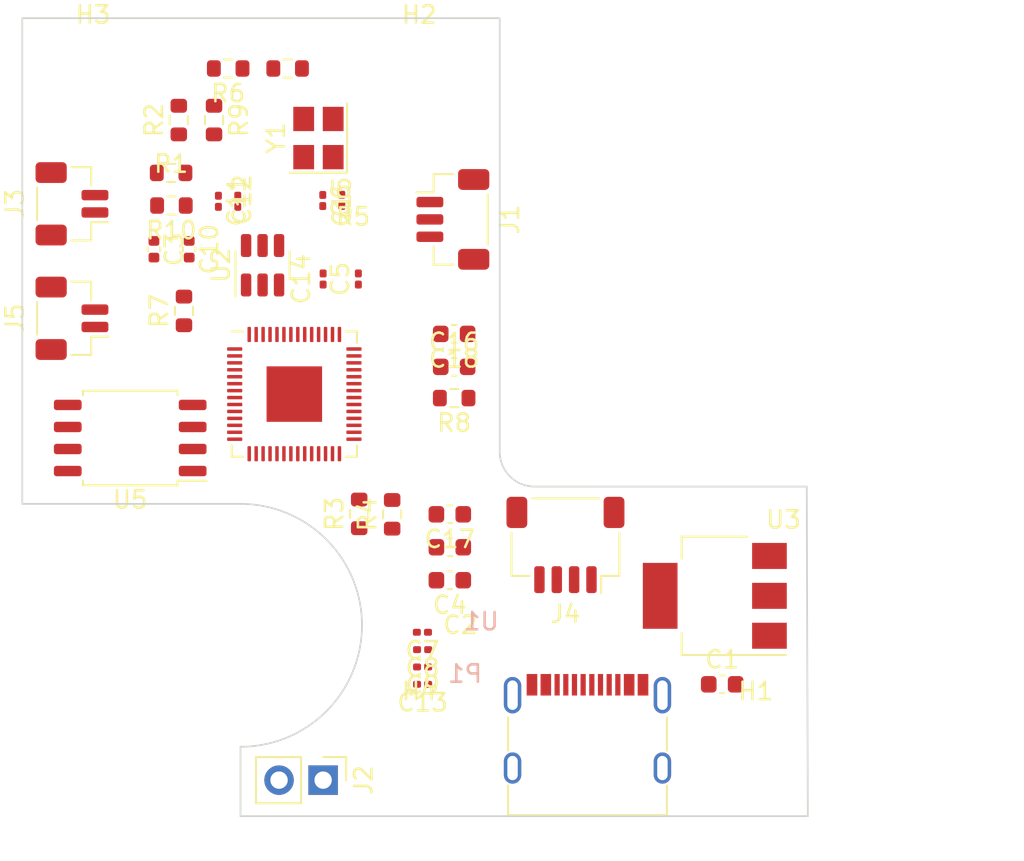
<source format=kicad_pcb>
(kicad_pcb (version 20221018) (generator pcbnew)
  (layers (0 "F.Cu" signal) (31 "B.Cu" signal) (34 "B.Paste" user) (35 "F.Paste" user) (36 "B.SilkS" user "B.Silkscreen") (37 "F.SilkS" user "F.Silkscreen") (38 "B.Mask" user) (39 "F.Mask" user) (44 "Edge.Cuts" user))
  (net 0 "")
  (net 1 "+5V")
  (net 2 "GND")
  (net 3 "+3.3V")
  (net 4 "+1V1")
  (net 5 "Net-(U1-XIN)")
  (net 6 "Net-(C16-Pad2)")
  (net 7 "Net-(U1-GPIO25)")
  (net 8 "Net-(U1-GPIO24)")
  (net 9 "Net-(J1-Pin_2)")
  (net 10 "Net-(J3-Pin_1)")
  (net 11 "Net-(U1-RUN)")
  (net 12 "Net-(J1-Pin_3)")
  (net 13 "Net-(J2-Pin_2)")
  (net 15 "Net-(P1-D+)")
  (net 16 "Net-(P1-D-)")
  (net 20 "Net-(U1-USB_DM)")
  (net 21 "Net-(U1-USB_DP)")
  (net 22 "/QSPI_SS")
  (net 23 "Net-(U1-XOUT)")
  (net 24 "Net-(U1-GPIO2)")
  (net 25 "Net-(U1-GPIO3)")
  (net 50 "/QSPI_SD3")
  (net 51 "/QSPI_SCLK")
  (net 52 "/QSPI_SDO")
  (net 53 "/QSPI_SD2")
  (net 54 "/QSPI_SD1")
  (net 60 "Net-(J4-Pin_2)")
  (net 61 "Net-(J4-Pin_3)")
  (net 62 "Net-(J5-Pin_1)")
  (footprint "Capacitor_SMD:C_0201_0603Metric" (layer "F.Cu") (at 140.355 104.3 180)
    (fp_text reference "C13" (at 0 -1.05) (layer "F.SilkS"))
    (fp_text value "100n")
    (pad "1" smd roundrect (at -0.32 0 180) (size 0.46 0.4) (layers "F.Cu" "F.Mask") (net 3 "+3.3V"))
    (pad "2" smd roundrect (at 0.32 0 180) (size 0.46 0.4) (layers "F.Cu" "F.Mask") (net 2 "GND"))
  )
  (footprint "Resistor_SMD:R_0603_1608Metric" (layer "F.Cu") (at 136.7 94.475 90)
    (fp_text reference "R3" (at 0 -1.43 90) (layer "F.SilkS"))
    (fp_text value "27")
    (fp_line (start -0.237258 -0.5225) (end 0.237258 -0.5225) (stroke (width 0.12)) (layer "F.SilkS"))
    (fp_line (start -0.237258 0.5225) (end 0.237258 0.5225) (stroke (width 0.12)) (layer "F.SilkS"))
    (pad "1" smd roundrect (at -0.825 0 90) (size 0.8 0.95) (layers "F.Cu" "F.Paste" "F.Mask") (net 16 "Net-(P1-D-)"))
    (pad "2" smd roundrect (at 0.825 0 90) (size 0.8 0.95) (layers "F.Cu" "F.Paste" "F.Mask") (net 20 "Net-(U1-USB_DM)"))
  )
  (footprint "Capacitor_SMD:C_0603_1608Metric" (layer "F.Cu") (at 142.175 84.1 180)
    (fp_text reference "C18" (at 0 -1.43) (layer "F.SilkS"))
    (fp_text value "0.1u")
    (fp_line (start -0.14058 -0.51) (end 0.14058 -0.51) (stroke (width 0.12)) (layer "F.SilkS"))
    (fp_line (start -0.14058 0.51) (end 0.14058 0.51) (stroke (width 0.12)) (layer "F.SilkS"))
    (pad "1" smd roundrect (at -0.775 0 180) (size 0.9 0.95) (layers "F.Cu" "F.Paste" "F.Mask") (net 8 "Net-(U1-GPIO24)"))
    (pad "2" smd roundrect (at 0.775 0 180) (size 0.9 0.95) (layers "F.Cu" "F.Paste" "F.Mask") (net 2 "GND"))
  )
  (footprint "Capacitor_SMD:C_0402_1005Metric" (layer "F.Cu") (at 126.9 79.22 -90)
    (fp_text reference "C10" (at 0 -1.16 -270) (layer "F.SilkS"))
    (fp_text value "1u")
    (fp_line (start -0.107836 -0.36) (end 0.107836 -0.36) (stroke (width 0.12)) (layer "F.SilkS"))
    (fp_line (start -0.107836 0.36) (end 0.107836 0.36) (stroke (width 0.12)) (layer "F.SilkS"))
    (pad "1" smd roundrect (at -0.48 0 270) (size 0.56 0.62) (layers "F.Cu" "F.Paste" "F.Mask") (net 4 "+1V1"))
    (pad "2" smd roundrect (at 0.48 0 270) (size 0.56 0.62) (layers "F.Cu" "F.Paste" "F.Mask") (net 2 "GND"))
  )
  (footprint "MountingHole:MountingHole_3.2mm_M3" (layer "F.Cu") (at 159.56 108.9)
    (fp_text reference "H1" (at 0 -4.2) (layer "F.SilkS"))
    (fp_text value "MountingHole")
    (pad "" np_thru_hole circle (at 0 0) (size 3.2 3.2) (drill 3.2) (layers "*.Cu" "*.Mask"))
  )
  (footprint "Resistor_SMD:R_0603_1608Metric" (layer "F.Cu") (at 138.6 94.5 90)
    (fp_text reference "R4" (at 0 -1.43 90) (layer "F.SilkS"))
    (fp_text value "27")
    (fp_line (start -0.237258 -0.5225) (end 0.237258 -0.5225) (stroke (width 0.12)) (layer "F.SilkS"))
    (fp_line (start -0.237258 0.5225) (end 0.237258 0.5225) (stroke (width 0.12)) (layer "F.SilkS"))
    (pad "1" smd roundrect (at -0.825 0 90) (size 0.8 0.95) (layers "F.Cu" "F.Paste" "F.Mask") (net 15 "Net-(P1-D+)"))
    (pad "2" smd roundrect (at 0.825 0 90) (size 0.8 0.95) (layers "F.Cu" "F.Paste" "F.Mask") (net 21 "Net-(U1-USB_DP)"))
  )
  (footprint "Capacitor_SMD:C_0201_0603Metric" (layer "F.Cu") (at 140.345 101.3 180)
    (fp_text reference "C7" (at 0 -1.05) (layer "F.SilkS"))
    (fp_text value "100n")
    (pad "1" smd roundrect (at -0.32 0 180) (size 0.46 0.4) (layers "F.Cu" "F.Mask") (net 3 "+3.3V"))
    (pad "2" smd roundrect (at 0.32 0 180) (size 0.46 0.4) (layers "F.Cu" "F.Mask") (net 2 "GND"))
  )
  (footprint "Package_TO_SOT_SMD:SOT-23-6" (layer "F.Cu") (at 131.13 80.1425 90)
    (fp_text reference "U2" (at 0 -2.4 90) (layer "F.SilkS"))
    (fp_text value "TLV493D")
    (fp_line (start 0 -1.56) (end -1.8 -1.56) (stroke (width 0.12)) (layer "F.SilkS"))
    (fp_line (start 0 -1.56) (end 0.8 -1.56) (stroke (width 0.12)) (layer "F.SilkS"))
    (fp_line (start 0 1.56) (end -0.8 1.56) (stroke (width 0.12)) (layer "F.SilkS"))
    (fp_line (start 0 1.56) (end 0.8 1.56) (stroke (width 0.12)) (layer "F.SilkS"))
    (pad "1" smd roundrect (at -1.1375 -0.95 90) (size 1.325 0.6) (layers "F.Cu" "F.Paste" "F.Mask") (net 25 "Net-(U1-GPIO3)"))
    (pad "2" smd roundrect (at -1.1375 0 90) (size 1.325 0.6) (layers "F.Cu" "F.Paste" "F.Mask") (net 2 "GND"))
    (pad "3" smd roundrect (at -1.1375 0.95 90) (size 1.325 0.6) (layers "F.Cu" "F.Paste" "F.Mask") (net 2 "GND"))
    (pad "4" smd roundrect (at 1.1375 0.95 90) (size 1.325 0.6) (layers "F.Cu" "F.Paste" "F.Mask") (net 3 "+3.3V"))
    (pad "5" smd roundrect (at 1.1375 0 90) (size 1.325 0.6) (layers "F.Cu" "F.Paste" "F.Mask") (net 2 "GND"))
    (pad "6" smd roundrect (at 1.1375 -0.95 90) (size 1.325 0.6) (layers "F.Cu" "F.Paste" "F.Mask") (net 24 "Net-(U1-GPIO2)"))
  )
  (footprint "Capacitor_SMD:C_0201_0603Metric" (layer "F.Cu") (at 134.62 80.935 90)
    (fp_text reference "C14" (at 0 -1.27 90) (layer "F.SilkS"))
    (fp_text value "100n")
    (pad "1" smd roundrect (at -0.32 0 90) (size 0.46 0.4) (layers "F.Cu" "F.Mask") (net 3 "+3.3V"))
    (pad "2" smd roundrect (at 0.32 0 90) (size 0.46 0.4) (layers "F.Cu" "F.Mask") (net 2 "GND"))
  )
  (footprint "Resistor_SMD:R_0603_1608Metric" (layer "F.Cu") (at 129.147 68.8 180)
    (fp_text reference "R6" (at 0 -1.43) (layer "F.SilkS"))
    (fp_text value "10k")
    (fp_line (start -0.237258 -0.5225) (end 0.237258 -0.5225) (stroke (width 0.12)) (layer "F.SilkS"))
    (fp_line (start -0.237258 0.5225) (end 0.237258 0.5225) (stroke (width 0.12)) (layer "F.SilkS"))
    (pad "1" smd roundrect (at -0.825 0 180) (size 0.8 0.95) (layers "F.Cu" "F.Paste" "F.Mask") (net 3 "+3.3V"))
    (pad "2" smd roundrect (at 0.825 0 180) (size 0.8 0.95) (layers "F.Cu" "F.Paste" "F.Mask") (net 22 "/QSPI_SS"))
  )
  (footprint "Package_DFN_QFN:QFN-56-1EP_7x7mm_P0.4mm_EP3.2x3.2mm" (layer "F.Cu") (at 132.9605 87.57)
    (fp_text reference "U1" (at 10.780682 13.104154) (layer "B.SilkS") (effects (justify mirror)))
    (fp_text value "RP2040")
    (fp_line (start -3.61 3.61) (end -3.61 2.96) (stroke (width 0.12)) (layer "F.SilkS"))
    (fp_line (start -2.96 -3.61) (end -3.61 -3.61) (stroke (width 0.12)) (layer "F.SilkS"))
    (fp_line (start -2.96 3.61) (end -3.61 3.61) (stroke (width 0.12)) (layer "F.SilkS"))
    (fp_line (start 2.96 -3.61) (end 3.61 -3.61) (stroke (width 0.12)) (layer "F.SilkS"))
    (fp_line (start 2.96 3.61) (end 3.61 3.61) (stroke (width 0.12)) (layer "F.SilkS"))
    (fp_line (start 3.61 -3.61) (end 3.61 -2.96) (stroke (width 0.12)) (layer "F.SilkS"))
    (fp_line (start 3.61 3.61) (end 3.61 2.96) (stroke (width 0.12)) (layer "F.SilkS"))
    (pad "1" smd roundrect (at -3.4375 -2.6) (size 0.875 0.2) (layers "F.Cu" "F.Paste" "F.Mask") (net 3 "+3.3V"))
    (pad "2" smd roundrect (at -3.4375 -2.2) (size 0.875 0.2) (layers "F.Cu" "F.Paste" "F.Mask") (net 60 "Net-(J4-Pin_2)"))
    (pad "3" smd roundrect (at -3.4375 -1.8) (size 0.875 0.2) (layers "F.Cu" "F.Paste" "F.Mask") (net 61 "Net-(J4-Pin_3)"))
    (pad "4" smd roundrect (at -3.4375 -1.4) (size 0.875 0.2) (layers "F.Cu" "F.Paste" "F.Mask") (net 24 "Net-(U1-GPIO2)"))
    (pad "5" smd roundrect (at -3.4375 -1) (size 0.875 0.2) (layers "F.Cu" "F.Paste" "F.Mask") (net 25 "Net-(U1-GPIO3)"))
    (pad "6" smd roundrect (at -3.4375 -0.6) (size 0.875 0.2) (layers "F.Cu" "F.Paste" "F.Mask"))
    (pad "7" smd roundrect (at -3.4375 -0.2) (size 0.875 0.2) (layers "F.Cu" "F.Paste" "F.Mask"))
    (pad "8" smd roundrect (at -3.4375 0.2) (size 0.875 0.2) (layers "F.Cu" "F.Paste" "F.Mask"))
    (pad "9" smd roundrect (at -3.4375 0.6) (size 0.875 0.2) (layers "F.Cu" "F.Paste" "F.Mask"))
    (pad "10" smd roundrect (at -3.4375 1) (size 0.875 0.2) (layers "F.Cu" "F.Paste" "F.Mask") (net 3 "+3.3V"))
    (pad "11" smd roundrect (at -3.4375 1.4) (size 0.875 0.2) (layers "F.Cu" "F.Paste" "F.Mask"))
    (pad "12" smd roundrect (at -3.4375 1.8) (size 0.875 0.2) (layers "F.Cu" "F.Paste" "F.Mask"))
    (pad "13" smd roundrect (at -3.4375 2.2) (size 0.875 0.2) (layers "F.Cu" "F.Paste" "F.Mask"))
    (pad "14" smd roundrect (at -3.4375 2.6) (size 0.875 0.2) (layers "F.Cu" "F.Paste" "F.Mask"))
    (pad "15" smd roundrect (at -2.6 3.4375) (size 0.2 0.875) (layers "F.Cu" "F.Paste" "F.Mask"))
    (pad "16" smd roundrect (at -2.2 3.4375) (size 0.2 0.875) (layers "F.Cu" "F.Paste" "F.Mask"))
    (pad "17" smd roundrect (at -1.8 3.4375) (size 0.2 0.875) (layers "F.Cu" "F.Paste" "F.Mask"))
    (pad "18" smd roundrect (at -1.4 3.4375) (size 0.2 0.875) (layers "F.Cu" "F.Paste" "F.Mask"))
    (pad "19" smd roundrect (at -1 3.4375) (size 0.2 0.875) (layers "F.Cu" "F.Paste" "F.Mask") (net 2 "GND"))
    (pad "20" smd roundrect (at -0.6 3.4375) (size 0.2 0.875) (layers "F.Cu" "F.Paste" "F.Mask") (net 5 "Net-(U1-XIN)"))
    (pad "21" smd roundrect (at -0.2 3.4375) (size 0.2 0.875) (layers "F.Cu" "F.Paste" "F.Mask") (net 23 "Net-(U1-XOUT)"))
    (pad "22" smd roundrect (at 0.2 3.4375) (size 0.2 0.875) (layers "F.Cu" "F.Paste" "F.Mask") (net 3 "+3.3V"))
    (pad "23" smd roundrect (at 0.6 3.4375) (size 0.2 0.875) (layers "F.Cu" "F.Paste" "F.Mask") (net 4 "+1V1"))
    (pad "24" smd roundrect (at 1 3.4375) (size 0.2 0.875) (layers "F.Cu" "F.Paste" "F.Mask") (net 12 "Net-(J1-Pin_3)"))
    (pad "25" smd roundrect (at 1.4 3.4375) (size 0.2 0.875) (layers "F.Cu" "F.Paste" "F.Mask") (net 9 "Net-(J1-Pin_2)"))
    (pad "26" smd roundrect (at 1.8 3.4375) (size 0.2 0.875) (layers "F.Cu" "F.Paste" "F.Mask") (net 11 "Net-(U1-RUN)"))
    (pad "27" smd roundrect (at 2.2 3.4375) (size 0.2 0.875) (layers "F.Cu" "F.Paste" "F.Mask"))
    (pad "28" smd roundrect (at 2.6 3.4375) (size 0.2 0.875) (layers "F.Cu" "F.Paste" "F.Mask"))
    (pad "29" smd roundrect (at 3.4375 2.6) (size 0.875 0.2) (layers "F.Cu" "F.Paste" "F.Mask"))
    (pad "30" smd roundrect (at 3.4375 2.2) (size 0.875 0.2) (layers "F.Cu" "F.Paste" "F.Mask"))
    (pad "31" smd roundrect (at 3.4375 1.8) (size 0.875 0.2) (layers "F.Cu" "F.Paste" "F.Mask"))
    (pad "32" smd roundrect (at 3.4375 1.4) (size 0.875 0.2) (layers "F.Cu" "F.Paste" "F.Mask"))
    (pad "33" smd roundrect (at 3.4375 1) (size 0.875 0.2) (layers "F.Cu" "F.Paste" "F.Mask") (net 3 "+3.3V"))
    (pad "34" smd roundrect (at 3.4375 0.6) (size 0.875 0.2) (layers "F.Cu" "F.Paste" "F.Mask"))
    (pad "35" smd roundrect (at 3.4375 0.2) (size 0.875 0.2) (layers "F.Cu" "F.Paste" "F.Mask"))
    (pad "36" smd roundrect (at 3.4375 -0.2) (size 0.875 0.2) (layers "F.Cu" "F.Paste" "F.Mask") (net 8 "Net-(U1-GPIO24)"))
    (pad "37" smd roundrect (at 3.4375 -0.6) (size 0.875 0.2) (layers "F.Cu" "F.Paste" "F.Mask") (net 7 "Net-(U1-GPIO25)"))
    (pad "38" smd roundrect (at 3.4375 -1) (size 0.875 0.2) (layers "F.Cu" "F.Paste" "F.Mask"))
    (pad "39" smd roundrect (at 3.4375 -1.4) (size 0.875 0.2) (layers "F.Cu" "F.Paste" "F.Mask"))
    (pad "40" smd roundrect (at 3.4375 -1.8) (size 0.875 0.2) (layers "F.Cu" "F.Paste" "F.Mask"))
    (pad "41" smd roundrect (at 3.4375 -2.2) (size 0.875 0.2) (layers "F.Cu" "F.Paste" "F.Mask"))
    (pad "42" smd roundrect (at 3.4375 -2.6) (size 0.875 0.2) (layers "F.Cu" "F.Paste" "F.Mask") (net 3 "+3.3V"))
    (pad "43" smd roundrect (at 2.6 -3.4375) (size 0.2 0.875) (layers "F.Cu" "F.Paste" "F.Mask") (net 3 "+3.3V"))
    (pad "44" smd roundrect (at 2.2 -3.4375) (size 0.2 0.875) (layers "F.Cu" "F.Paste" "F.Mask") (net 3 "+3.3V"))
    (pad "45" smd roundrect (at 1.8 -3.4375) (size 0.2 0.875) (layers "F.Cu" "F.Paste" "F.Mask") (net 4 "+1V1"))
    (pad "46" smd roundrect (at 1.4 -3.4375) (size 0.2 0.875) (layers "F.Cu" "F.Paste" "F.Mask") (net 20 "Net-(U1-USB_DM)"))
    (pad "47" smd roundrect (at 1 -3.4375) (size 0.2 0.875) (layers "F.Cu" "F.Paste" "F.Mask") (net 21 "Net-(U1-USB_DP)"))
    (pad "48" smd roundrect (at 0.6 -3.4375) (size 0.2 0.875) (layers "F.Cu" "F.Paste" "F.Mask") (net 3 "+3.3V"))
    (pad "49" smd roundrect (at 0.2 -3.4375) (size 0.2 0.875) (layers "F.Cu" "F.Paste" "F.Mask") (net 3 "+3.3V"))
    (pad "50" smd roundrect (at -0.2 -3.4375) (size 0.2 0.875) (layers "F.Cu" "F.Paste" "F.Mask") (net 4 "+1V1"))
    (pad "51" smd roundrect (at -0.6 -3.4375) (size 0.2 0.875) (layers "F.Cu" "F.Paste" "F.Mask") (net 50 "/QSPI_SD3"))
    (pad "52" smd roundrect (at -1 -3.4375) (size 0.2 0.875) (layers "F.Cu" "F.Paste" "F.Mask") (net 51 "/QSPI_SCLK"))
    (pad "53" smd roundrect (at -1.4 -3.4375) (size 0.2 0.875) (layers "F.Cu" "F.Paste" "F.Mask") (net 52 "/QSPI_SDO"))
    (pad "54" smd roundrect (at -1.8 -3.4375) (size 0.2 0.875) (layers "F.Cu" "F.Paste" "F.Mask") (net 53 "/QSPI_SD2"))
    (pad "55" smd roundrect (at -2.2 -3.4375) (size 0.2 0.875) (layers "F.Cu" "F.Paste" "F.Mask") (net 54 "/QSPI_SD1"))
    (pad "56" smd roundrect (at -2.6 -3.4375) (size 0.2 0.875) (layers "F.Cu" "F.Paste" "F.Mask") (net 22 "/QSPI_SS"))
    (pad "57" smd rect (at 0 0) (size 3.2 3.2) (layers "F.Cu" "F.Mask") (net 2 "GND"))
  )
  (footprint "Package_TO_SOT_SMD:SOT-223-3_TabPin2" (layer "F.Cu") (at 157.2 99.2 180)
    (fp_text reference "U3" (at -3.96 4.39) (layer "F.SilkS"))
    (fp_text value "NCP1117-3.3_SOT223")
    (fp_line (start -4.1 -3.41) (end 1.91 -3.41) (stroke (width 0.12)) (layer "F.SilkS"))
    (fp_line (start -1.85 3.41) (end 1.91 3.41) (stroke (width 0.12)) (layer "F.SilkS"))
    (fp_line (start 1.91 -3.41) (end 1.91 -2.15) (stroke (width 0.12)) (layer "F.SilkS"))
    (fp_line (start 1.91 3.41) (end 1.91 2.15) (stroke (width 0.12)) (layer "F.SilkS"))
    (pad "1" smd rect (at -3.15 -2.3 180) (size 2 1.5) (layers "F.Cu" "F.Paste" "F.Mask") (net 2 "GND"))
    (pad "2" smd rect (at -3.15 0 180) (size 2 1.5) (layers "F.Cu" "F.Paste" "F.Mask") (net 3 "+3.3V"))
    (pad "2" smd rect (at 3.15 0 180) (size 2 3.8) (layers "F.Cu" "F.Paste" "F.Mask") (net 3 "+3.3V"))
    (pad "3" smd rect (at -3.15 2.3 180) (size 2 1.5) (layers "F.Cu" "F.Paste" "F.Mask") (net 1 "+5V"))
  )
  (footprint "Connector_JST:JST_SH_BM02B-SRSS-TB_1x02-1MP_P1.00mm_Vertical" (layer "F.Cu") (at 120.142 83.2 90)
    (fp_text reference "J5" (at 0 -3.3 90) (layer "F.SilkS"))
    (fp_text value "Conn_01x02_Socket")
    (fp_line (start -2.11 -0.04) (end -2.11 1.11) (stroke (width 0.12)) (layer "F.SilkS"))
    (fp_line (start -2.11 1.11) (end -1.06 1.11) (stroke (width 0.12)) (layer "F.SilkS"))
    (fp_line (start -1.06 1.11) (end -1.06 2.1) (stroke (width 0.12)) (layer "F.SilkS"))
    (fp_line (start -0.94 -2.01) (end 0.94 -2.01) (stroke (width 0.12)) (layer "F.SilkS"))
    (fp_line (start 2.11 -0.04) (end 2.11 1.11) (stroke (width 0.12)) (layer "F.SilkS"))
    (fp_line (start 2.11 1.11) (end 1.06 1.11) (stroke (width 0.12)) (layer "F.SilkS"))
    (pad "1" smd roundrect (at -0.5 1.325 90) (size 0.6 1.55) (layers "F.Cu" "F.Paste" "F.Mask") (net 62 "Net-(J5-Pin_1)"))
    (pad "2" smd roundrect (at 0.5 1.325 90) (size 0.6 1.55) (layers "F.Cu" "F.Paste" "F.Mask") (net 2 "GND"))
    (pad "MP" smd roundrect (at -1.8 -1.2 90) (size 1.2 1.8) (layers "F.Cu" "F.Paste" "F.Mask") (roundrect_rratio 0.208333))
    (pad "MP" smd roundrect (at 1.8 -1.2 90) (size 1.2 1.8) (layers "F.Cu" "F.Paste" "F.Mask") (roundrect_rratio 0.208333))
  )
  (footprint "Connector_JST:JST_SH_BM03B-SRSS-TB_1x03-1MP_P1.00mm_Vertical" (layer "F.Cu") (at 142.1 77.5 -90)
    (fp_text reference "J1" (at 0 -3.3 90) (layer "F.SilkS"))
    (fp_text value "Conn_01x03_Socket")
    (fp_line (start -2.61 -0.04) (end -2.61 1.11) (stroke (width 0.12)) (layer "F.SilkS"))
    (fp_line (start -2.61 1.11) (end -1.56 1.11) (stroke (width 0.12)) (layer "F.SilkS"))
    (fp_line (start -1.56 1.11) (end -1.56 2.1) (stroke (width 0.12)) (layer "F.SilkS"))
    (fp_line (start -1.44 -2.01) (end 1.44 -2.01) (stroke (width 0.12)) (layer "F.SilkS"))
    (fp_line (start 2.61 -0.04) (end 2.61 1.11) (stroke (width 0.12)) (layer "F.SilkS"))
    (fp_line (start 2.61 1.11) (end 1.56 1.11) (stroke (width 0.12)) (layer "F.SilkS"))
    (pad "1" smd roundrect (at -1 1.325 270) (size 0.6 1.55) (layers "F.Cu" "F.Paste" "F.Mask") (net 2 "GND"))
    (pad "2" smd roundrect (at 0 1.325 270) (size 0.6 1.55) (layers "F.Cu" "F.Paste" "F.Mask") (net 9 "Net-(J1-Pin_2)"))
    (pad "3" smd roundrect (at 1 1.325 270) (size 0.6 1.55) (layers "F.Cu" "F.Paste" "F.Mask") (net 12 "Net-(J1-Pin_3)"))
    (pad "MP" smd roundrect (at -2.3 -1.2 270) (size 1.2 1.8) (layers "F.Cu" "F.Paste" "F.Mask") (roundrect_rratio 0.208333))
    (pad "MP" smd roundrect (at 2.3 -1.2 270) (size 1.2 1.8) (layers "F.Cu" "F.Paste" "F.Mask") (roundrect_rratio 0.208333))
  )
  (footprint "Resistor_SMD:R_0603_1608Metric" (layer "F.Cu") (at 125.857 74.82)
    (fp_text reference "R1" (at 0 -0.5225) (layer "F.SilkS"))
    (fp_text value "10k")
    (fp_line (start -0.237258 -0.5225) (end 0.237258 -0.5225) (stroke (width 0.12)) (layer "F.SilkS"))
    (fp_line (start -0.237258 0.5225) (end 0.237258 0.5225) (stroke (width 0.12)) (layer "F.SilkS"))
    (pad "1" smd roundrect (at -0.825 0) (size 0.8 0.95) (layers "F.Cu" "F.Paste" "F.Mask") (net 3 "+3.3V"))
    (pad "2" smd roundrect (at 0.825 0) (size 0.8 0.95) (layers "F.Cu" "F.Paste" "F.Mask") (net 8 "Net-(U1-GPIO24)"))
  )
  (footprint "Capacitor_SMD:C_0603_1608Metric" (layer "F.Cu") (at 157.625 104.3)
    (fp_text reference "C1" (at 0 -1.43) (layer "F.SilkS"))
    (fp_text value "10u")
    (fp_line (start -0.14058 -0.51) (end 0.14058 -0.51) (stroke (width 0.12)) (layer "F.SilkS"))
    (fp_line (start -0.14058 0.51) (end 0.14058 0.51) (stroke (width 0.12)) (layer "F.SilkS"))
    (pad "1" smd roundrect (at -0.775 0) (size 0.9 0.95) (layers "F.Cu" "F.Paste" "F.Mask") (net 1 "+5V"))
    (pad "2" smd roundrect (at 0.775 0) (size 0.9 0.95) (layers "F.Cu" "F.Paste" "F.Mask") (net 2 "GND"))
  )
  (footprint "Resistor_SMD:R_0603_1608Metric" (layer "F.Cu") (at 128.332 71.775 -90)
    (fp_text reference "R9" (at 0 -1.43 90) (layer "F.SilkS"))
    (fp_text value "1k")
    (fp_line (start -0.237258 -0.5225) (end 0.237258 -0.5225) (stroke (width 0.12)) (layer "F.SilkS"))
    (fp_line (start -0.237258 0.5225) (end 0.237258 0.5225) (stroke (width 0.12)) (layer "F.SilkS"))
    (pad "1" smd roundrect (at -0.825 0 270) (size 0.8 0.95) (layers "F.Cu" "F.Paste" "F.Mask") (net 7 "Net-(U1-GPIO25)"))
    (pad "2" smd roundrect (at 0.825 0 270) (size 0.8 0.95) (layers "F.Cu" "F.Paste" "F.Mask") (net 10 "Net-(J3-Pin_1)"))
  )
  (footprint "Capacitor_SMD:C_0402_1005Metric" (layer "F.Cu") (at 124.868 79.22 -90)
    (fp_text reference "C3" (at 0 -1.16 -270) (layer "F.SilkS"))
    (fp_text value "1u")
    (fp_line (start -0.107836 -0.36) (end 0.107836 -0.36) (stroke (width 0.12)) (layer "F.SilkS"))
    (fp_line (start -0.107836 0.36) (end 0.107836 0.36) (stroke (width 0.12)) (layer "F.SilkS"))
    (pad "1" smd roundrect (at -0.48 0 270) (size 0.56 0.62) (layers "F.Cu" "F.Paste" "F.Mask") (net 3 "+3.3V"))
    (pad "2" smd roundrect (at 0.48 0 270) (size 0.56 0.62) (layers "F.Cu" "F.Paste" "F.Mask") (net 2 "GND"))
  )
  (footprint "Capacitor_SMD:C_0603_1608Metric" (layer "F.Cu") (at 141.925 96.4 180)
    (fp_text reference "C2" (at -0.599 -4.478) (layer "F.SilkS"))
    (fp_text value "10u")
    (fp_line (start -0.14058 -0.51) (end 0.14058 -0.51) (stroke (width 0.12)) (layer "F.SilkS"))
    (fp_line (start -0.14058 0.51) (end 0.14058 0.51) (stroke (width 0.12)) (layer "F.SilkS"))
    (pad "1" smd roundrect (at -0.775 0 180) (size 0.9 0.95) (layers "F.Cu" "F.Paste" "F.Mask") (net 3 "+3.3V"))
    (pad "2" smd roundrect (at 0.775 0 180) (size 0.9 0.95) (layers "F.Cu" "F.Paste" "F.Mask") (net 2 "GND"))
  )
  (footprint "Capacitor_SMD:C_0201_0603Metric" (layer "F.Cu") (at 136.652 80.935 90)
    (fp_text reference "C5" (at 0 -1.05 90) (layer "F.SilkS"))
    (fp_text value "100n")
    (pad "1" smd roundrect (at -0.32 0 90) (size 0.46 0.4) (layers "F.Cu" "F.Mask") (net 3 "+3.3V"))
    (pad "2" smd roundrect (at 0.32 0 90) (size 0.46 0.4) (layers "F.Cu" "F.Mask") (net 2 "GND"))
  )
  (footprint "Capacitor_SMD:C_0201_0603Metric" (layer "F.Cu") (at 129.7 76.455 -90)
    (fp_text reference "C12" (at -0.091 -0.254 -90) (layer "F.SilkS"))
    (fp_text value "100n")
    (pad "1" smd roundrect (at -0.32 0 270) (size 0.46 0.4) (layers "F.Cu" "F.Mask") (net 4 "+1V1"))
    (pad "2" smd roundrect (at 0.32 0 270) (size 0.46 0.4) (layers "F.Cu" "F.Mask") (net 2 "GND"))
  )
  (footprint "MountingHole:MountingHole_3.2mm_M3" (layer "F.Cu") (at 140.16 108.9)
    (fp_text reference "H4" (at 0 -4.2) (layer "F.SilkS"))
    (fp_text value "MountingHole")
    (pad "" np_thru_hole circle (at 0 0) (size 3.2 3.2) (drill 3.2) (layers "*.Cu" "*.Mask"))
  )
  (footprint "Resistor_SMD:R_0603_1608Metric" (layer "F.Cu") (at 132.575 68.8)
    (fp_text reference "R5" (at 3.776 8.542) (layer "F.SilkS"))
    (fp_text value "1k")
    (fp_line (start -0.237258 -0.5225) (end 0.237258 -0.5225) (stroke (width 0.12)) (layer "F.SilkS"))
    (fp_line (start -0.237258 0.5225) (end 0.237258 0.5225) (stroke (width 0.12)) (layer "F.SilkS"))
    (pad "1" smd roundrect (at -0.825 0) (size 0.8 0.95) (layers "F.Cu" "F.Paste" "F.Mask") (net 3 "+3.3V"))
    (pad "2" smd roundrect (at 0.825 0) (size 0.8 0.95) (layers "F.Cu" "F.Paste" "F.Mask") (net 11 "Net-(U1-RUN)"))
  )
  (footprint "Capacitor_SMD:C_0201_0603Metric" (layer "F.Cu") (at 135.7 76.4 90)
    (fp_text reference "C15" (at -0.091 0 90) (layer "F.SilkS"))
    (fp_text value "100n")
    (pad "1" smd roundrect (at -0.32 0 90) (size 0.46 0.4) (layers "F.Cu" "F.Mask") (net 2 "GND"))
    (pad "2" smd roundrect (at 0.32 0 90) (size 0.46 0.4) (layers "F.Cu" "F.Mask") (net 5 "Net-(U1-XIN)"))
  )
  (footprint "Connector_USB:USB_C_Receptacle_G-Switch_GT-USB-7010ASV" (layer "F.Cu") (at 149.86 108.051037)
    (fp_text reference "P1" (at -7.060238 -4.357) (layer "B.SilkS") (effects (justify mirror)))
    (fp_text value "USB_C_Plug")
    (fp_line (start -4.58 -1.85) (end -4.58 0.07) (stroke (width 0.12)) (layer "F.SilkS"))
    (fp_line (start -4.58 3.785) (end -4.58 2.08) (stroke (width 0.12)) (layer "F.SilkS"))
    (fp_line (start 4.58 0.07) (end 4.58 -1.85) (stroke (width 0.12)) (layer "F.SilkS"))
    (fp_line (start 4.58 2.08) (end 4.58 3.785) (stroke (width 0.12)) (layer "F.SilkS"))
    (fp_line (start 4.58 3.785) (end -4.58 3.785) (stroke (width 0.12)) (layer "F.SilkS"))
    (pad "" np_thru_hole circle (at -2.89 -2.605) (size 0.65 0.65) (drill 0.65) (layers "*.Cu" "*.Mask"))
    (pad "" np_thru_hole circle (at 2.89 -2.605) (size 0.65 0.65) (drill 0.65) (layers "*.Cu" "*.Mask"))
    (pad "A1" smd rect (at -3.2 -3.725) (size 0.6 1.24) (layers "F.Cu" "F.Paste" "F.Mask") (net 2 "GND"))
    (pad "A4" smd rect (at -2.4 -3.725) (size 0.6 1.24) (layers "F.Cu" "F.Paste" "F.Mask") (net 1 "+5V"))
    (pad "A5" smd rect (at -1.25 -3.725) (size 0.3 1.24) (layers "F.Cu" "F.Paste" "F.Mask"))
    (pad "A6" smd rect (at -0.25 -3.725) (size 0.3 1.24) (layers "F.Cu" "F.Paste" "F.Mask") (net 15 "Net-(P1-D+)"))
    (pad "A7" smd rect (at 0.25 -3.725) (size 0.3 1.24) (layers "F.Cu" "F.Paste" "F.Mask") (net 16 "Net-(P1-D-)"))
    (pad "A8" smd rect (at 1.25 -3.725) (size 0.3 1.24) (layers "F.Cu" "F.Paste" "F.Mask"))
    (pad "A9" smd rect (at 2.4 -3.725) (size 0.6 1.24) (layers "F.Cu" "F.Paste" "F.Mask") (net 1 "+5V"))
    (pad "A12" smd rect (at 3.2 -3.725) (size 0.6 1.24) (layers "F.Cu" "F.Paste" "F.Mask") (net 2 "GND"))
    (pad "B1" smd rect (at 3.2 -3.725) (size 0.6 1.24) (layers "F.Cu" "F.Paste" "F.Mask") (net 2 "GND"))
    (pad "B4" smd rect (at 2.4 -3.725) (size 0.6 1.24) (layers "F.Cu" "F.Paste" "F.Mask") (net 1 "+5V"))
    (pad "B5" smd rect (at 1.75 -3.725) (size 0.3 1.24) (layers "F.Cu" "F.Paste" "F.Mask"))
    (pad "B6" smd rect (at 0.75 -3.725) (size 0.3 1.24) (layers "F.Cu" "F.Paste" "F.Mask"))
    (pad "B7" smd rect (at -0.75 -3.725) (size 0.3 1.24) (layers "F.Cu" "F.Paste" "F.Mask"))
    (pad "B8" smd rect (at -1.75 -3.725) (size 0.3 1.24) (layers "F.Cu" "F.Paste" "F.Mask"))
    (pad "B9" smd rect (at -2.4 -3.725) (size 0.6 1.24) (layers "F.Cu" "F.Paste" "F.Mask") (net 1 "+5V"))
    (pad "B12" smd rect (at -3.2 -3.725) (size 0.6 1.24) (layers "F.Cu" "F.Paste" "F.Mask") (net 2 "GND"))
    (pad "S1" thru_hole oval (at -4.32 -3.125) (size 1 2.1) (drill oval 0.6 1.7) (layers "*.Cu" "*.Mask") (net 2 "GND"))
    (pad "S1" thru_hole oval (at -4.32 1.075) (size 1 1.8) (drill oval 0.6 1.4) (layers "*.Cu" "*.Mask") (net 2 "GND"))
    (pad "S1" thru_hole oval (at 4.32 -3.125) (size 1 2.1) (drill oval 0.6 1.7) (layers "*.Cu" "*.Mask") (net 2 "GND"))
    (pad "S1" thru_hole oval (at 4.32 1.075) (size 1 1.8) (drill oval 0.6 1.4) (layers "*.Cu" "*.Mask") (net 2 "GND"))
  )
  (footprint "Connector_PinHeader_2.54mm:PinHeader_1x02_P2.54mm_Vertical" (layer "F.Cu") (at 134.62 109.823685 -90)
    (fp_text reference "J2" (at 0 -2.33 90) (layer "F.SilkS"))
    (fp_text value "Conn_01x02")
    (fp_line (start -1.33 -1.33) (end 0 -1.33) (stroke (width 0.12)) (layer "F.SilkS"))
    (fp_line (start -1.33 0) (end -1.33 -1.33) (stroke (width 0.12)) (layer "F.SilkS"))
    (fp_line (start -1.33 1.27) (end -1.33 3.87) (stroke (width 0.12)) (layer "F.SilkS"))
    (fp_line (start -1.33 1.27) (end 1.33 1.27) (stroke (width 0.12)) (layer "F.SilkS"))
    (fp_line (start -1.33 3.87) (end 1.33 3.87) (stroke (width 0.12)) (layer "F.SilkS"))
    (fp_line (start 1.33 1.27) (end 1.33 3.87) (stroke (width 0.12)) (layer "F.SilkS"))
    (pad "1" thru_hole rect (at 0 0 270) (size 1.7 1.7) (drill 1) (layers "*.Cu" "*.Mask") (net 2 "GND"))
    (pad "2" thru_hole oval (at 0 2.54 270) (size 1.7 1.7) (drill 1) (layers "*.Cu" "*.Mask") (net 13 "Net-(J2-Pin_2)"))
  )
  (footprint "Package_SO:SOIC-8_5.23x5.23mm_P1.27mm" (layer "F.Cu") (at 123.5 90.1 180)
    (fp_text reference "U5" (at 0 -3.56) (layer "F.SilkS"))
    (fp_text value "W25Q32JVSS")
    (fp_line (start -2.725 -2.725) (end -2.725 -2.465) (stroke (width 0.12)) (layer "F.SilkS"))
    (fp_line (start -2.725 -2.465) (end -4.4 -2.465) (stroke (width 0.12)) (layer "F.SilkS"))
    (fp_line (start -2.725 2.725) (end -2.725 2.465) (stroke (width 0.12)) (layer "F.SilkS"))
    (fp_line (start 0 -2.725) (end -2.725 -2.725) (stroke (width 0.12)) (layer "F.SilkS"))
    (fp_line (start 0 -2.725) (end 2.725 -2.725) (stroke (width 0.12)) (layer "F.SilkS"))
    (fp_line (start 0 2.725) (end -2.725 2.725) (stroke (width 0.12)) (layer "F.SilkS"))
    (fp_line (start 0 2.725) (end 2.725 2.725) (stroke (width 0.12)) (layer "F.SilkS"))
    (fp_line (start 2.725 -2.725) (end 2.725 -2.465) (stroke (width 0.12)) (layer "F.SilkS"))
    (fp_line (start 2.725 2.725) (end 2.725 2.465) (stroke (width 0.12)) (layer "F.SilkS"))
    (pad "1" smd roundrect (at -3.6 -1.905 180) (size 1.6 0.6) (layers "F.Cu" "F.Paste" "F.Mask") (net 22 "/QSPI_SS"))
    (pad "2" smd roundrect (at -3.6 -0.635 180) (size 1.6 0.6) (layers "F.Cu" "F.Paste" "F.Mask"))
    (pad "3" smd roundrect (at -3.6 0.635 180) (size 1.6 0.6) (layers "F.Cu" "F.Paste" "F.Mask"))
    (pad "4" smd roundrect (at -3.6 1.905 180) (size 1.6 0.6) (layers "F.Cu" "F.Paste" "F.Mask") (net 2 "GND"))
    (pad "5" smd roundrect (at 3.6 1.905 180) (size 1.6 0.6) (layers "F.Cu" "F.Paste" "F.Mask"))
    (pad "6" smd roundrect (at 3.6 0.635 180) (size 1.6 0.6) (layers "F.Cu" "F.Paste" "F.Mask"))
    (pad "7" smd roundrect (at 3.6 -0.635 180) (size 1.6 0.6) (layers "F.Cu" "F.Paste" "F.Mask"))
    (pad "8" smd roundrect (at 3.6 -1.905 180) (size 1.6 0.6) (layers "F.Cu" "F.Paste" "F.Mask") (net 3 "+3.3V"))
  )
  (footprint "Capacitor_SMD:C_0603_1608Metric" (layer "F.Cu") (at 142.175 86)
    (fp_text reference "C16" (at 0 -1.43) (layer "F.SilkS"))
    (fp_text value "100n")
    (fp_line (start -0.14058 -0.51) (end 0.14058 -0.51) (stroke (width 0.12)) (layer "F.SilkS"))
    (fp_line (start -0.14058 0.51) (end 0.14058 0.51) (stroke (width 0.12)) (layer "F.SilkS"))
    (pad "1" smd roundrect (at -0.775 0) (size 0.9 0.95) (layers "F.Cu" "F.Paste" "F.Mask") (net 2 "GND"))
    (pad "2" smd roundrect (at 0.775 0) (size 0.9 0.95) (layers "F.Cu" "F.Paste" "F.Mask") (net 6 "Net-(C16-Pad2)"))
  )
  (footprint "MountingHole:MountingHole_3.2mm_M3" (layer "F.Cu") (at 121.36 69.9)
    (fp_text reference "H3" (at 0 -4.2) (layer "F.SilkS"))
    (fp_text value "MountingHole")
    (pad "" np_thru_hole circle (at 0 0) (size 3.2 3.2) (drill 3.2) (layers "*.Cu" "*.Mask"))
  )
  (footprint "Capacitor_SMD:C_0201_0603Metric" (layer "F.Cu") (at 128.584 76.455 -90)
    (fp_text reference "C11" (at 0 -1.05 90) (layer "F.SilkS"))
    (fp_text value "100n")
    (pad "1" smd roundrect (at -0.32 0 270) (size 0.46 0.4) (layers "F.Cu" "F.Mask") (net 4 "+1V1"))
    (pad "2" smd roundrect (at 0.32 0 270) (size 0.46 0.4) (layers "F.Cu" "F.Mask") (net 2 "GND"))
  )
  (footprint "MountingHole:MountingHole_3.2mm_M3" (layer "F.Cu") (at 140.16 69.9)
    (fp_text reference "H2" (at 0 -4.2) (layer "F.SilkS"))
    (fp_text value "MountingHole")
    (pad "" np_thru_hole circle (at 0 0) (size 3.2 3.2) (drill 3.2) (layers "*.Cu" "*.Mask"))
  )
  (footprint "Connector_JST:JST_SH_BM02B-SRSS-TB_1x02-1MP_P1.00mm_Vertical" (layer "F.Cu") (at 120.142 76.6 90)
    (fp_text reference "J3" (at 0 -3.3 90) (layer "F.SilkS"))
    (fp_text value "Conn_01x02_Socket")
    (fp_line (start -2.11 -0.04) (end -2.11 1.11) (stroke (width 0.12)) (layer "F.SilkS"))
    (fp_line (start -2.11 1.11) (end -1.06 1.11) (stroke (width 0.12)) (layer "F.SilkS"))
    (fp_line (start -1.06 1.11) (end -1.06 2.1) (stroke (width 0.12)) (layer "F.SilkS"))
    (fp_line (start -0.94 -2.01) (end 0.94 -2.01) (stroke (width 0.12)) (layer "F.SilkS"))
    (fp_line (start 2.11 -0.04) (end 2.11 1.11) (stroke (width 0.12)) (layer "F.SilkS"))
    (fp_line (start 2.11 1.11) (end 1.06 1.11) (stroke (width 0.12)) (layer "F.SilkS"))
    (pad "1" smd roundrect (at -0.5 1.325 90) (size 0.6 1.55) (layers "F.Cu" "F.Paste" "F.Mask") (net 10 "Net-(J3-Pin_1)"))
    (pad "2" smd roundrect (at 0.5 1.325 90) (size 0.6 1.55) (layers "F.Cu" "F.Paste" "F.Mask") (net 2 "GND"))
    (pad "MP" smd roundrect (at -1.8 -1.2 90) (size 1.2 1.8) (layers "F.Cu" "F.Paste" "F.Mask") (roundrect_rratio 0.208333))
    (pad "MP" smd roundrect (at 1.8 -1.2 90) (size 1.2 1.8) (layers "F.Cu" "F.Paste" "F.Mask") (roundrect_rratio 0.208333))
  )
  (footprint "Resistor_SMD:R_0603_1608Metric" (layer "F.Cu") (at 126.6 82.775 90)
    (fp_text reference "R7" (at 0 -1.43 90) (layer "F.SilkS"))
    (fp_text value "1k")
    (fp_line (start -0.237258 -0.5225) (end 0.237258 -0.5225) (stroke (width 0.12)) (layer "F.SilkS"))
    (fp_line (start -0.237258 0.5225) (end 0.237258 0.5225) (stroke (width 0.12)) (layer "F.SilkS"))
    (pad "1" smd roundrect (at -0.825 0 90) (size 0.8 0.95) (layers "F.Cu" "F.Paste" "F.Mask") (net 13 "Net-(J2-Pin_2)"))
    (pad "2" smd roundrect (at 0.825 0 90) (size 0.8 0.95) (layers "F.Cu" "F.Paste" "F.Mask") (net 22 "/QSPI_SS"))
  )
  (footprint "Capacitor_SMD:C_0603_1608Metric" (layer "F.Cu") (at 141.925 98.3 180)
    (fp_text reference "C4" (at 0 -1.43) (layer "F.SilkS"))
    (fp_text value "100n")
    (fp_line (start -0.14058 -0.51) (end 0.14058 -0.51) (stroke (width 0.12)) (layer "F.SilkS"))
    (fp_line (start -0.14058 0.51) (end 0.14058 0.51) (stroke (width 0.12)) (layer "F.SilkS"))
    (pad "1" smd roundrect (at -0.775 0 180) (size 0.9 0.95) (layers "F.Cu" "F.Paste" "F.Mask") (net 3 "+3.3V"))
    (pad "2" smd roundrect (at 0.775 0 180) (size 0.9 0.95) (layers "F.Cu" "F.Paste" "F.Mask") (net 2 "GND"))
  )
  (footprint "Capacitor_SMD:C_0603_1608Metric" (layer "F.Cu") (at 141.925 94.5 180)
    (fp_text reference "C17" (at 0 -1.43) (layer "F.SilkS"))
    (fp_text value "0.1u")
    (fp_line (start -0.14058 -0.51) (end 0.14058 -0.51) (stroke (width 0.12)) (layer "F.SilkS"))
    (fp_line (start -0.14058 0.51) (end 0.14058 0.51) (stroke (width 0.12)) (layer "F.SilkS"))
    (pad "1" smd roundrect (at -0.775 0 180) (size 0.9 0.95) (layers "F.Cu" "F.Paste" "F.Mask") (net 7 "Net-(U1-GPIO25)"))
    (pad "2" smd roundrect (at 0.775 0 180) (size 0.9 0.95) (layers "F.Cu" "F.Paste" "F.Mask") (net 2 "GND"))
  )
  (footprint "Capacitor_SMD:C_0201_0603Metric" (layer "F.Cu") (at 140.355 102.3 180)
    (fp_text reference "C8" (at 0 -1.05) (layer "F.SilkS"))
    (fp_text value "100n")
    (pad "1" smd roundrect (at -0.32 0 180) (size 0.46 0.4) (layers "F.Cu" "F.Mask") (net 3 "+3.3V"))
    (pad "2" smd roundrect (at 0.32 0 180) (size 0.46 0.4) (layers "F.Cu" "F.Mask") (net 2 "GND"))
  )
  (footprint "Resistor_SMD:R_0603_1608Metric" (layer "F.Cu") (at 126.3 71.775 90)
    (fp_text reference "R2" (at 0 -1.43 90) (layer "F.SilkS"))
    (fp_text value "10k")
    (fp_line (start -0.237258 -0.5225) (end 0.237258 -0.5225) (stroke (width 0.12)) (layer "F.SilkS"))
    (fp_line (start -0.237258 0.5225) (end 0.237258 0.5225) (stroke (width 0.12)) (layer "F.SilkS"))
    (pad "1" smd roundrect (at -0.825 0 90) (size 0.8 0.95) (layers "F.Cu" "F.Paste" "F.Mask") (net 3 "+3.3V"))
    (pad "2" smd roundrect (at 0.825 0 90) (size 0.8 0.95) (layers "F.Cu" "F.Paste" "F.Mask") (net 7 "Net-(U1-GPIO25)"))
  )
  (footprint "Resistor_SMD:R_0603_1608Metric" (layer "F.Cu") (at 142.175 87.8 180)
    (fp_text reference "R8" (at 0 -1.43) (layer "F.SilkS"))
    (fp_text value "1k")
    (fp_line (start -0.237258 -0.5225) (end 0.237258 -0.5225) (stroke (width 0.12)) (layer "F.SilkS"))
    (fp_line (start -0.237258 0.5225) (end 0.237258 0.5225) (stroke (width 0.12)) (layer "F.SilkS"))
    (pad "1" smd roundrect (at -0.825 0 180) (size 0.8 0.95) (layers "F.Cu" "F.Paste" "F.Mask") (net 6 "Net-(C16-Pad2)"))
    (pad "2" smd roundrect (at 0.825 0 180) (size 0.8 0.95) (layers "F.Cu" "F.Paste" "F.Mask") (net 23 "Net-(U1-XOUT)"))
  )
  (footprint "Connector_JST:JST_SH_SM04B-SRSS-TB_1x04-1MP_P1.00mm_Horizontal" (layer "F.Cu") (at 148.59 96.266 180)
    (fp_text reference "J4" (at 0 -3.98) (layer "F.SilkS"))
    (fp_text value "Conn_01x04_Pin")
    (fp_line (start -3.11 -1.785) (end -2.06 -1.785) (stroke (width 0.12)) (layer "F.SilkS"))
    (fp_line (start -3.11 0.715) (end -3.11 -1.785) (stroke (width 0.12)) (layer "F.SilkS"))
    (fp_line (start -2.06 -1.785) (end -2.06 -2.775) (stroke (width 0.12)) (layer "F.SilkS"))
    (fp_line (start -1.94 2.685) (end 1.94 2.685) (stroke (width 0.12)) (layer "F.SilkS"))
    (fp_line (start 3.11 -1.785) (end 2.06 -1.785) (stroke (width 0.12)) (layer "F.SilkS"))
    (fp_line (start 3.11 0.715) (end 3.11 -1.785) (stroke (width 0.12)) (layer "F.SilkS"))
    (pad "1" smd roundrect (at -1.5 -2 180) (size 0.6 1.55) (layers "F.Cu" "F.Paste" "F.Mask") (net 2 "GND"))
    (pad "2" smd roundrect (at -0.5 -2 180) (size 0.6 1.55) (layers "F.Cu" "F.Paste" "F.Mask") (net 60 "Net-(J4-Pin_2)"))
    (pad "3" smd roundrect (at 0.5 -2 180) (size 0.6 1.55) (layers "F.Cu" "F.Paste" "F.Mask") (net 61 "Net-(J4-Pin_3)"))
    (pad "4" smd roundrect (at 1.5 -2 180) (size 0.6 1.55) (layers "F.Cu" "F.Paste" "F.Mask") (net 3 "+3.3V"))
    (pad "MP" smd roundrect (at -2.8 1.875 180) (size 1.2 1.8) (layers "F.Cu" "F.Paste" "F.Mask") (roundrect_rratio 0.208333))
    (pad "MP" smd roundrect (at 2.8 1.875 180) (size 1.2 1.8) (layers "F.Cu" "F.Paste" "F.Mask") (roundrect_rratio 0.208333))
  )
  (footprint "Capacitor_SMD:C_0201_0603Metric" (layer "F.Cu") (at 134.6 76.41 -90)
    (fp_text reference "C6" (at 0 -1.05 90) (layer "F.SilkS"))
    (fp_text value "100n")
    (pad "1" smd roundrect (at -0.32 0 270) (size 0.46 0.4) (layers "F.Cu" "F.Mask") (net 3 "+3.3V"))
    (pad "2" smd roundrect (at 0.32 0 270) (size 0.46 0.4) (layers "F.Cu" "F.Mask") (net 2 "GND"))
  )
  (footprint "Capacitor_SMD:C_0201_0603Metric" (layer "F.Cu") (at 140.355 103.3 180)
    (fp_text reference "C9" (at 0 -1.05) (layer "F.SilkS"))
    (fp_text value "100n")
    (pad "1" smd roundrect (at -0.32 0 180) (size 0.46 0.4) (layers "F.Cu" "F.Mask") (net 3 "+3.3V"))
    (pad "2" smd roundrect (at 0.32 0 180) (size 0.46 0.4) (layers "F.Cu" "F.Mask") (net 2 "GND"))
  )
  (footprint "Crystal:Crystal_SMD_3225-4Pin_3.2x2.5mm" (layer "F.Cu") (at 134.35 72.81 90)
    (fp_text reference "Y1" (at 0 -2.45 90) (layer "F.SilkS"))
    (fp_text value "12M")
    (fp_line (start -2 -1.65) (end -2 1.65) (stroke (width 0.12)) (layer "F.SilkS"))
    (fp_line (start -2 1.65) (end 2 1.65) (stroke (width 0.12)) (layer "F.SilkS"))
    (pad "1" smd rect (at -1.1 0.85 90) (size 1.4 1.2) (layers "F.Cu" "F.Paste" "F.Mask") (net 6 "Net-(C16-Pad2)"))
    (pad "2" smd rect (at 1.1 0.85 90) (size 1.4 1.2) (layers "F.Cu" "F.Paste" "F.Mask") (net 5 "Net-(U1-XIN)"))
    (pad "3" smd rect (at 1.1 -0.85 90) (size 1.4 1.2) (layers "F.Cu" "F.Paste" "F.Mask"))
    (pad "4" smd rect (at -1.1 -0.85 90) (size 1.4 1.2) (layers "F.Cu" "F.Paste" "F.Mask"))
  )
  (footprint "Resistor_SMD:R_0603_1608Metric" (layer "F.Cu") (at 125.875 76.7 180)
    (fp_text reference "R10" (at 0 -1.43) (layer "F.SilkS"))
    (fp_text value "1k")
    (fp_line (start -0.237258 -0.5225) (end 0.237258 -0.5225) (stroke (width 0.12)) (layer "F.SilkS"))
    (fp_line (start -0.237258 0.5225) (end 0.237258 0.5225) (stroke (width 0.12)) (layer "F.SilkS"))
    (pad "1" smd roundrect (at -0.825 0 180) (size 0.8 0.95) (layers "F.Cu" "F.Paste" "F.Mask") (net 8 "Net-(U1-GPIO24)"))
    (pad "2" smd roundrect (at 0.825 0 180) (size 0.8 0.95) (layers "F.Cu" "F.Paste" "F.Mask") (net 62 "Net-(J5-Pin_1)"))
  )
  (gr_line (start 129.86 107.9) (end 129.86 111.9) (stroke (width 0.1)) (layer "Edge.Cuts"))
  (gr_arc (start 129.86 93.9) (mid 136.86 100.9) (end 129.86 107.9) (stroke (width 0.1)) (layer "Edge.Cuts"))
  (gr_line (start 162.56 111.9) (end 162.5 92.9) (stroke (width 0.1)) (layer "Edge.Cuts"))
  (gr_line (start 146.814214 92.9) (end 162.5 92.9) (stroke (width 0.1)) (layer "Edge.Cuts"))
  (gr_line (start 129.86 93.9) (end 117.28 93.9) (stroke (width 0.1)) (layer "Edge.Cuts"))
  (gr_line (start 144.8 90.9) (end 144.8 65.9) (stroke (width 0.1)) (layer "Edge.Cuts"))
  (gr_line (start 162.56 111.9) (end 129.86 111.9) (stroke (width 0.1)) (layer "Edge.Cuts"))
  (gr_line (start 117.28 65.9) (end 144.8 65.9) (stroke (width 0.1)) (layer "Edge.Cuts"))
  (gr_arc (start 146.814214 92.9) (mid 145.392894 92.317157) (end 144.8 90.9) (stroke (width 0.1)) (layer "Edge.Cuts"))
  (gr_line (start 117.28 93.9) (end 117.28 65.9) (stroke (width 0.1)) (layer "Edge.Cuts"))
)
</source>
